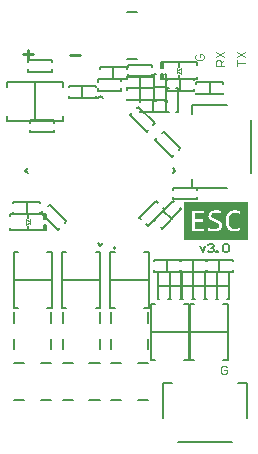
<source format=gbr>
%TF.GenerationSoftware,Altium Limited,Altium Designer,24.6.1 (21)*%
G04 Layer_Color=65535*
%FSLAX26Y26*%
%MOIN*%
%TF.SameCoordinates,E3325630-42F2-41CE-953C-F4D0AC061200*%
%TF.FilePolarity,Positive*%
%TF.FileFunction,Legend,Top*%
%TF.Part,Single*%
G01*
G75*
%TA.AperFunction,NonConductor*%
%ADD66C,0.007874*%
%ADD67C,0.005906*%
%ADD68C,0.003937*%
%ADD69C,0.005000*%
%ADD70C,0.004724*%
%ADD71C,0.010000*%
G36*
X803150Y700787D02*
X591128D01*
Y825787D01*
X803150D01*
Y700787D01*
D02*
G37*
%LPC*%
G36*
X699673Y798553D02*
X698013D01*
X695566Y798466D01*
X693381Y798291D01*
X691370Y798029D01*
X689710Y797767D01*
X688923Y797592D01*
X688312Y797417D01*
X687700Y797242D01*
X687263Y797155D01*
X686913Y797067D01*
X686651Y796980D01*
X686476Y796893D01*
X686389D01*
X684641Y796193D01*
X683067Y795494D01*
X681669Y794795D01*
X680533Y794096D01*
X679572Y793572D01*
X678960Y793047D01*
X678523Y792697D01*
X678348Y792610D01*
X677299Y791561D01*
X676338Y790513D01*
X675551Y789551D01*
X674939Y788590D01*
X674415Y787716D01*
X674065Y787104D01*
X673890Y786667D01*
X673803Y786492D01*
X673366Y785181D01*
X673016Y783957D01*
X672754Y782821D01*
X672580Y781773D01*
X672492Y780899D01*
X672405Y780199D01*
Y779762D01*
Y779587D01*
X672492Y778102D01*
X672667Y776791D01*
X672842Y775654D01*
X673191Y774606D01*
X673453Y773732D01*
X673628Y773120D01*
X673803Y772770D01*
X673890Y772596D01*
X674502Y771547D01*
X675202Y770585D01*
X675901Y769711D01*
X676513Y769012D01*
X677124Y768400D01*
X677561Y767876D01*
X677911Y767614D01*
X677998Y767526D01*
X680009Y766040D01*
X680970Y765341D01*
X681844Y764817D01*
X682630Y764293D01*
X683242Y763943D01*
X683592Y763768D01*
X683767Y763681D01*
X686126Y762544D01*
X687263Y762020D01*
X688224Y761583D01*
X689098Y761234D01*
X689797Y760971D01*
X690147Y760797D01*
X690322Y760709D01*
X692769Y759748D01*
X693818Y759311D01*
X694866Y758874D01*
X695653Y758611D01*
X696352Y758349D01*
X696702Y758174D01*
X696877Y758087D01*
X698013Y757563D01*
X699149Y757126D01*
X700111Y756601D01*
X700985Y756164D01*
X701684Y755815D01*
X702208Y755465D01*
X702558Y755290D01*
X702645Y755203D01*
X703519Y754591D01*
X704393Y754067D01*
X705092Y753455D01*
X705617Y752931D01*
X706141Y752406D01*
X706491Y752057D01*
X706665Y751794D01*
X706753Y751707D01*
X707277Y750920D01*
X707627Y750134D01*
X707976Y749347D01*
X708151Y748648D01*
X708239Y747949D01*
X708326Y747424D01*
Y747075D01*
Y746987D01*
Y746026D01*
X708151Y745239D01*
X708064Y744453D01*
X707889Y743754D01*
X707714Y743229D01*
X707539Y742792D01*
X707452Y742530D01*
X707365Y742442D01*
X706928Y741743D01*
X706491Y741044D01*
X705966Y740520D01*
X705529Y739995D01*
X705092Y739558D01*
X704743Y739296D01*
X704481Y739121D01*
X704393Y739034D01*
X703606Y738510D01*
X702732Y738160D01*
X701859Y737723D01*
X700985Y737461D01*
X700285Y737198D01*
X699673Y737111D01*
X699324Y736936D01*
X699149D01*
X697926Y736674D01*
X696615Y736499D01*
X695391Y736412D01*
X694167Y736324D01*
X693119Y736237D01*
X689273D01*
X687175Y736324D01*
X685253Y736499D01*
X683592Y736674D01*
X682281Y736761D01*
X681669Y736849D01*
X681232Y736936D01*
X680883D01*
X680620Y737024D01*
X680358D01*
X678610Y737373D01*
X676949Y737723D01*
X675376Y738160D01*
X674153Y738510D01*
X673016Y738859D01*
X672230Y739121D01*
X671706Y739296D01*
X671618Y739384D01*
X671531D01*
Y730381D01*
X672929Y730032D01*
X674153Y729682D01*
X674677Y729595D01*
X675114Y729507D01*
X675376Y729420D01*
X675464D01*
X677124Y729158D01*
X677911Y729070D01*
X678610Y728983D01*
X679309Y728895D01*
X679746D01*
X680096Y728808D01*
X680183D01*
X682106Y728546D01*
X682980Y728458D01*
X683767D01*
X684466Y728371D01*
X684990Y728284D01*
X685427D01*
X687438Y728109D01*
X688312D01*
X689186Y728021D01*
X690846D01*
X693031Y728109D01*
X695129Y728196D01*
X696964Y728371D01*
X698625Y728633D01*
X699936Y728808D01*
X700548Y728895D01*
X700985Y728983D01*
X701334Y729070D01*
X701596D01*
X701771Y729158D01*
X701859D01*
X703694Y729682D01*
X705355Y730294D01*
X706840Y730818D01*
X708064Y731430D01*
X709113Y731955D01*
X709899Y732391D01*
X710336Y732741D01*
X710511Y732828D01*
X711822Y733790D01*
X712871Y734839D01*
X713832Y735800D01*
X714619Y736849D01*
X715318Y737635D01*
X715755Y738335D01*
X716017Y738772D01*
X716105Y738947D01*
X716804Y740345D01*
X717241Y741831D01*
X717591Y743229D01*
X717853Y744628D01*
X718028Y745764D01*
X718115Y746725D01*
Y747512D01*
X718028Y748997D01*
X717853Y750396D01*
X717591Y751532D01*
X717328Y752581D01*
X717066Y753455D01*
X716804Y754067D01*
X716629Y754416D01*
X716542Y754591D01*
X715930Y755640D01*
X715231Y756689D01*
X714532Y757563D01*
X713920Y758262D01*
X713308Y758874D01*
X712871Y759398D01*
X712521Y759660D01*
X712434Y759748D01*
X710424Y761321D01*
X709462Y762020D01*
X708588Y762544D01*
X707802Y763069D01*
X707190Y763418D01*
X706840Y763593D01*
X706665Y763681D01*
X704306Y764817D01*
X703169Y765341D01*
X702208Y765778D01*
X701334Y766128D01*
X700722Y766390D01*
X700285Y766565D01*
X700111Y766652D01*
X697663Y767614D01*
X696615Y768138D01*
X695566Y768488D01*
X694779Y768837D01*
X694080Y769100D01*
X693730Y769187D01*
X693556Y769274D01*
X692419Y769799D01*
X691283Y770323D01*
X690322Y770760D01*
X689448Y771197D01*
X688749Y771634D01*
X688224Y771896D01*
X687875Y772071D01*
X687787Y772159D01*
X686913Y772770D01*
X686039Y773382D01*
X685340Y773994D01*
X684816Y774518D01*
X684291Y775043D01*
X683942Y775392D01*
X683767Y775654D01*
X683679Y775742D01*
X683155Y776529D01*
X682805Y777315D01*
X682543Y778189D01*
X682368Y778888D01*
X682281Y779587D01*
X682193Y780112D01*
Y780462D01*
Y780549D01*
X682281Y781336D01*
X682368Y782122D01*
X682805Y783520D01*
X683417Y784744D01*
X684116Y785793D01*
X684728Y786667D01*
X685340Y787191D01*
X685777Y787628D01*
X685952Y787716D01*
X686738Y788153D01*
X687525Y788590D01*
X689360Y789289D01*
X691370Y789726D01*
X693293Y790076D01*
X695041Y790250D01*
X695740Y790338D01*
X696440Y790425D01*
X697751D01*
X700635Y790338D01*
X701946Y790250D01*
X703169Y790163D01*
X704131Y789988D01*
X704918Y789901D01*
X705442Y789813D01*
X705617D01*
X707102Y789551D01*
X708588Y789289D01*
X709987Y789027D01*
X711210Y788677D01*
X712259Y788502D01*
X713046Y788240D01*
X713570Y788153D01*
X713658Y788065D01*
X713745D01*
Y796456D01*
X712434Y796718D01*
X711210Y796980D01*
X710686Y797067D01*
X710249D01*
X709987Y797155D01*
X709899D01*
X708413Y797417D01*
X707714Y797592D01*
X707102Y797679D01*
X706578Y797767D01*
X706141D01*
X705879Y797854D01*
X705792D01*
X704306Y798116D01*
X703606Y798204D01*
X702995Y798291D01*
X702470D01*
X702033Y798379D01*
X701684D01*
X700285Y798466D01*
X699673Y798553D01*
D02*
G37*
G36*
X761990Y798466D02*
X760242D01*
X757707Y798379D01*
X755347Y798116D01*
X753162Y797679D01*
X751327Y797242D01*
X750453Y796980D01*
X749754Y796718D01*
X749142Y796543D01*
X748530Y796368D01*
X748181Y796193D01*
X747831Y796019D01*
X747656Y795931D01*
X747569D01*
X745558Y794883D01*
X743636Y793746D01*
X741975Y792523D01*
X740577Y791386D01*
X739441Y790338D01*
X738567Y789464D01*
X738304Y789114D01*
X738042Y788852D01*
X737955Y788764D01*
X737867Y788677D01*
X736469Y786842D01*
X735245Y785006D01*
X734197Y783083D01*
X733322Y781336D01*
X732623Y779762D01*
X732361Y779063D01*
X732186Y778539D01*
X732011Y778014D01*
X731837Y777665D01*
X731749Y777490D01*
Y777403D01*
X731050Y774868D01*
X730526Y772246D01*
X730176Y769799D01*
X729914Y767439D01*
X729827Y766390D01*
X729739Y765429D01*
Y764555D01*
X729652Y763856D01*
Y762457D01*
X729739Y759398D01*
X730001Y756514D01*
X730351Y753804D01*
X730875Y751270D01*
X731487Y748997D01*
X732099Y746900D01*
X732798Y744977D01*
X733585Y743229D01*
X734284Y741743D01*
X734983Y740432D01*
X735595Y739296D01*
X736207Y738422D01*
X736731Y737723D01*
X737081Y737198D01*
X737343Y736849D01*
X737430Y736761D01*
X739004Y735276D01*
X740664Y733877D01*
X742412Y732741D01*
X744160Y731780D01*
X746083Y730906D01*
X747918Y730207D01*
X749754Y729682D01*
X751502Y729158D01*
X753162Y728808D01*
X754736Y728546D01*
X756134Y728371D01*
X757357Y728284D01*
X758319Y728196D01*
X759106Y728109D01*
X759717D01*
X763038Y728284D01*
X766185Y728633D01*
X769157Y729158D01*
X770467Y729507D01*
X771779Y729857D01*
X772915Y730119D01*
X773963Y730469D01*
X774837Y730731D01*
X775624Y730993D01*
X776236Y731168D01*
X776673Y731343D01*
X776935Y731518D01*
X777023D01*
Y740345D01*
X774226Y739121D01*
X772915Y738597D01*
X771691Y738247D01*
X770730Y737898D01*
X769943Y737635D01*
X769419Y737548D01*
X769331Y737461D01*
X769244D01*
X767758Y737111D01*
X766185Y736936D01*
X764787Y736761D01*
X763476Y736587D01*
X762427D01*
X761553Y736499D01*
X760766D01*
X758843Y736587D01*
X757095Y736761D01*
X755435Y737111D01*
X753949Y737548D01*
X752463Y738072D01*
X751152Y738597D01*
X750016Y739209D01*
X748967Y739908D01*
X748006Y740520D01*
X747219Y741131D01*
X746520Y741656D01*
X745995Y742180D01*
X745558Y742617D01*
X745209Y742967D01*
X745034Y743142D01*
X744947Y743229D01*
X743985Y744540D01*
X743199Y746026D01*
X742500Y747599D01*
X741888Y749260D01*
X741363Y750920D01*
X740926Y752581D01*
X740314Y755815D01*
X740052Y757388D01*
X739878Y758786D01*
X739790Y760010D01*
X739703Y761146D01*
X739615Y762020D01*
Y762719D01*
Y763156D01*
Y763331D01*
X739703Y765691D01*
X739878Y767788D01*
X740052Y769711D01*
X740314Y771372D01*
X740577Y772683D01*
X740664Y773295D01*
X740839Y773732D01*
X740926Y774081D01*
Y774343D01*
X741014Y774518D01*
Y774606D01*
X741625Y776441D01*
X742325Y778014D01*
X743024Y779413D01*
X743636Y780636D01*
X744247Y781685D01*
X744772Y782384D01*
X745121Y782821D01*
X745209Y782996D01*
X746258Y784220D01*
X747394Y785269D01*
X748530Y786230D01*
X749579Y787016D01*
X750453Y787541D01*
X751240Y787978D01*
X751677Y788240D01*
X751851Y788327D01*
X753337Y788939D01*
X754910Y789376D01*
X756309Y789726D01*
X757707Y789901D01*
X758843Y790076D01*
X759805Y790163D01*
X760591D01*
X762339Y790076D01*
X763913Y789988D01*
X765398Y789813D01*
X766709Y789639D01*
X767758Y789376D01*
X768545Y789202D01*
X769069Y789114D01*
X769244Y789027D01*
X770730Y788590D01*
X772128Y788153D01*
X773439Y787628D01*
X774663Y787104D01*
X775624Y786667D01*
X776411Y786317D01*
X776848Y786055D01*
X777023Y785968D01*
Y795145D01*
X774138Y796193D01*
X772827Y796630D01*
X771604Y796980D01*
X770555Y797242D01*
X769768Y797417D01*
X769244Y797592D01*
X769069D01*
X766010Y798116D01*
X764524Y798291D01*
X763126Y798379D01*
X761990Y798466D01*
D02*
G37*
G36*
X656236Y797592D02*
X617255D01*
Y728983D01*
X656236D01*
Y736936D01*
X626607D01*
Y760622D01*
X655012D01*
Y768488D01*
X626607D01*
Y789726D01*
X656236D01*
Y797592D01*
D02*
G37*
%LPD*%
D66*
X363958Y672659D02*
G03*
X363958Y672659I-3937J0D01*
G01*
D02*
G03*
X363958Y672659I-3937J0D01*
G01*
X401575Y1303150D02*
X433071D01*
X401575Y1460630D02*
X433071D01*
X522362Y220984D02*
X552362D01*
X522362Y105984D02*
Y220984D01*
X571417Y25984D02*
X750472D01*
X800472Y105984D02*
Y220984D01*
X770472D02*
X800472D01*
X617598Y1120866D02*
Y1150866D01*
X732598D01*
X812598Y921811D02*
Y1100866D01*
X617598Y872756D02*
X732598D01*
X617598D02*
Y902756D01*
D67*
X305512Y1224409D02*
G03*
X305512Y1224409I-2362J0D01*
G01*
X533740Y1196535D02*
Y1201535D01*
Y1196535D02*
X623740D01*
Y1201535D01*
Y1231535D02*
Y1236535D01*
X533740D02*
X623740D01*
X533740Y1231535D02*
Y1236535D01*
X578740Y1196535D02*
Y1236535D01*
X111929Y822087D02*
Y827087D01*
X21929D02*
X111929D01*
X21929Y822087D02*
Y827087D01*
Y787087D02*
Y792087D01*
Y787087D02*
X111929D01*
Y792087D01*
X66929Y787087D02*
Y827087D01*
X70866Y773622D02*
Y787402D01*
Y732283D02*
Y746063D01*
X125866Y769842D02*
X130866D01*
Y787402D01*
X125866D02*
X130866D01*
X125866Y749842D02*
X130866D01*
Y732283D02*
Y749842D01*
X125866Y732283D02*
X130866D01*
X10866Y779842D02*
Y787402D01*
X129921D01*
X125866Y769842D02*
Y787402D01*
Y732283D02*
Y749842D01*
X10866Y732283D02*
X129921D01*
X10866D02*
Y739842D01*
X574803Y1236220D02*
Y1250000D01*
Y1277559D02*
Y1291339D01*
X514803Y1253779D02*
X519803D01*
X514803Y1236220D02*
Y1253779D01*
Y1236220D02*
X519803D01*
X514803Y1273779D02*
X519803D01*
X514803D02*
Y1291339D01*
X519803D01*
X634803Y1236220D02*
Y1243779D01*
X515748Y1236220D02*
X634803D01*
X519803D02*
Y1253779D01*
Y1273779D02*
Y1291339D01*
X515748D02*
X634803D01*
Y1283779D02*
Y1291339D01*
X70866Y1291339D02*
Y1299213D01*
X149606D01*
Y1291339D02*
Y1299213D01*
Y1259843D02*
Y1267717D01*
X70866Y1259843D02*
X149606D01*
X70866D02*
Y1267717D01*
X562992Y1125984D02*
X570866D01*
Y1204724D01*
X562992D02*
X570866D01*
X531496D02*
X539370D01*
X531496Y1125984D02*
Y1204724D01*
Y1125984D02*
X539370D01*
X533189Y1160669D02*
Y1165669D01*
X443189D02*
X533189D01*
X443189Y1160669D02*
Y1165669D01*
Y1125669D02*
Y1130669D01*
Y1125669D02*
X533189D01*
Y1130669D01*
X488189Y1125669D02*
Y1165669D01*
X526811Y1163661D02*
X531811D01*
Y1253661D01*
X526811D02*
X531811D01*
X491811D02*
X496811D01*
X491811Y1163661D02*
Y1253661D01*
Y1163661D02*
X496811D01*
X491811Y1208661D02*
X531811D01*
X466675Y1060604D02*
X472243Y1066172D01*
X410998Y1116282D02*
X466675Y1060604D01*
X410998Y1116282D02*
X416565Y1121849D01*
X433269Y1138553D02*
X438837Y1144120D01*
X494514Y1088443D01*
X488946Y1082875D02*
X494514Y1088443D01*
X442494Y773482D02*
X448062Y767914D01*
X442494Y773482D02*
X498171Y829160D01*
X503739Y823592D01*
X520442Y806889D02*
X526010Y801321D01*
X470332Y745643D02*
X526010Y801321D01*
X464765Y751211D02*
X470332Y745643D01*
X405512Y1244094D02*
Y1251968D01*
Y1244094D02*
X484252D01*
Y1251968D01*
Y1275591D02*
Y1283465D01*
X405512D02*
X484252D01*
X405512Y1275591D02*
Y1283465D01*
X303150Y1196850D02*
Y1204724D01*
Y1196850D02*
X381890D01*
Y1204724D01*
Y1228346D02*
Y1236220D01*
X303150D02*
X381890D01*
X303150Y1228346D02*
Y1236220D01*
X94488Y1097441D02*
Y1225394D01*
X187992Y1210630D02*
Y1225394D01*
X984D02*
X187992D01*
X984Y1210630D02*
Y1225394D01*
Y1097441D02*
Y1112205D01*
Y1097441D02*
X187992D01*
Y1112205D01*
X632165Y1184724D02*
Y1189724D01*
Y1184724D02*
X722165D01*
Y1189724D01*
Y1219724D02*
Y1224724D01*
X632165D02*
X722165D01*
X632165Y1219724D02*
Y1224724D01*
X677165Y1184724D02*
Y1224724D01*
X206969Y1172913D02*
Y1177913D01*
Y1172913D02*
X296969D01*
Y1177913D01*
Y1207913D02*
Y1212913D01*
X206969D02*
X296969D01*
X206969Y1207913D02*
Y1212913D01*
X251969Y1172913D02*
Y1212913D01*
X399331Y1270906D02*
Y1275906D01*
X309331D02*
X399331D01*
X309331Y1270906D02*
Y1275906D01*
Y1235906D02*
Y1240906D01*
Y1235906D02*
X399331D01*
Y1240906D01*
X354331Y1235906D02*
Y1275906D01*
X399882Y1204409D02*
Y1209409D01*
Y1204409D02*
X489882D01*
Y1209409D01*
Y1239409D02*
Y1244409D01*
X399882D02*
X489882D01*
X399882Y1239409D02*
Y1244409D01*
X444882Y1204409D02*
Y1244409D01*
X489882Y1200040D02*
Y1205040D01*
X399882D02*
X489882D01*
X399882Y1200040D02*
Y1205040D01*
Y1165040D02*
Y1170040D01*
Y1165040D02*
X489882D01*
Y1170040D01*
X444882Y1165040D02*
Y1205040D01*
X609252Y393701D02*
X737205D01*
X722441Y300197D02*
X737205D01*
Y487205D01*
X722441D02*
X737205D01*
X609252D02*
X624016D01*
X609252Y300197D02*
Y487205D01*
Y300197D02*
X624016D01*
X22638Y566929D02*
X150591D01*
X22638Y660433D02*
X37402D01*
X22638Y473425D02*
Y660433D01*
Y473425D02*
X37402D01*
X135827D02*
X150591D01*
Y660433D01*
X135827D02*
X150591D01*
X479331Y393701D02*
X607284D01*
X592520Y300197D02*
X607284D01*
Y487205D01*
X592520D02*
X607284D01*
X479331D02*
X494094D01*
X479331Y300197D02*
Y487205D01*
Y300197D02*
X494094D01*
X345472Y566929D02*
X473425D01*
X345472Y660433D02*
X360236D01*
X345472Y473425D02*
Y660433D01*
Y473425D02*
X360236D01*
X458661D02*
X473425D01*
Y660433D01*
X458661D02*
X473425D01*
X184055Y566929D02*
X312008D01*
X184055Y660433D02*
X198819D01*
X184055Y473425D02*
Y660433D01*
Y473425D02*
X198819D01*
X297244D02*
X312008D01*
Y660433D01*
X297244D02*
X312008D01*
X542992Y547244D02*
X582992D01*
X577992Y592244D02*
X582992D01*
Y502244D02*
Y592244D01*
X577992Y502244D02*
X582992D01*
X542992D02*
X547992D01*
X542992D02*
Y592244D01*
X547992D01*
X535433Y594173D02*
Y634173D01*
X490433Y629173D02*
Y634173D01*
X580433D01*
Y629173D02*
Y634173D01*
Y594173D02*
Y599173D01*
X490433Y594173D02*
X580433D01*
X490433D02*
Y599173D01*
X553111Y829427D02*
X556646Y825891D01*
X489471Y765787D02*
X553111Y829427D01*
X489471Y765787D02*
X493007Y762251D01*
X514220Y741038D02*
X517755Y737503D01*
X581395Y801142D01*
X577860Y804678D02*
X581395Y801142D01*
X521291Y797607D02*
X549575Y769322D01*
X555118Y834646D02*
Y842520D01*
Y834646D02*
X633858Y834646D01*
Y842520D01*
Y866142D02*
Y874016D01*
X555118Y874016D02*
X633858Y874016D01*
X555118Y866142D02*
Y874016D01*
X114760Y789025D02*
X120328Y794593D01*
X114760Y789025D02*
X170438Y733347D01*
X176005Y738915D01*
X192708Y755619D02*
X198276Y761186D01*
X142599Y816864D02*
X198276Y761186D01*
X137031Y811296D02*
X142599Y816864D01*
X78740Y1059055D02*
Y1066929D01*
Y1059055D02*
X157480Y1059055D01*
Y1066929D01*
Y1090551D02*
Y1098425D01*
X78740Y1098425D02*
X157480Y1098425D01*
X78740Y1090551D02*
Y1098425D01*
X494761Y1032615D02*
X500329Y1038183D01*
X494761Y1032615D02*
X550438Y976938D01*
X556006Y982505D01*
X572710Y999208D02*
X578277Y1004776D01*
X522600Y1060454D02*
X578277Y1004776D01*
X517032Y1054886D02*
X522600Y1060454D01*
X621732Y592244D02*
X626732D01*
X621732Y502244D02*
Y592244D01*
Y502244D02*
X626732D01*
X656732D02*
X661732D01*
Y592244D01*
X656732D02*
X661732D01*
X621732Y547244D02*
X661732D01*
X577047Y594173D02*
Y599173D01*
Y594173D02*
X667047D01*
Y599173D01*
Y629173D02*
Y634173D01*
X577047D02*
X667047D01*
X577047Y629173D02*
Y634173D01*
X622047Y594173D02*
Y634173D01*
X700472Y592244D02*
X705472D01*
X700472Y502244D02*
Y592244D01*
Y502244D02*
X705472D01*
X735472D02*
X740472D01*
Y592244D01*
X735472D02*
X740472D01*
X700472Y547244D02*
X740472D01*
X753661Y629173D02*
Y634173D01*
X663661D02*
X753661D01*
X663661Y629173D02*
Y634173D01*
Y594173D02*
Y599173D01*
Y594173D02*
X753661D01*
Y599173D01*
X708661Y594173D02*
Y634173D01*
X538622Y502244D02*
X543622D01*
Y592244D01*
X538622D02*
X543622D01*
X503622D02*
X508622D01*
X503622Y502244D02*
Y592244D01*
Y502244D02*
X508622D01*
X503622Y547244D02*
X543622D01*
X617362Y502244D02*
X622362D01*
Y592244D01*
X617362D02*
X622362D01*
X582362D02*
X587362D01*
X582362Y502244D02*
Y592244D01*
Y502244D02*
X587362D01*
X582362Y547244D02*
X622362D01*
X696102Y502244D02*
X701102D01*
Y592244D01*
X696102D02*
X701102D01*
X661102D02*
X666102D01*
X661102Y502244D02*
Y592244D01*
Y502244D02*
X666102D01*
X661102Y547244D02*
X701102D01*
X643701Y677816D02*
X652884Y659449D01*
X662067Y677816D01*
X671251Y682407D02*
X675843Y686999D01*
X685026D01*
X689618Y682407D01*
Y677816D01*
X685026Y673224D01*
X680434D01*
X685026D01*
X689618Y668632D01*
Y664040D01*
X685026Y659449D01*
X675843D01*
X671251Y664040D01*
X698801Y659449D02*
Y664040D01*
X703393D01*
Y659449D01*
X698801D01*
X721760Y682407D02*
X726351Y686999D01*
X735535D01*
X740126Y682407D01*
Y664040D01*
X735535Y659449D01*
X726351D01*
X721760Y664040D01*
Y682407D01*
D68*
X63976Y750000D02*
X77756Y759842D01*
X63976Y750000D02*
Y759842D01*
X77756Y750984D02*
Y759842D01*
Y768701D01*
X63976Y759842D02*
Y769685D01*
X77756Y759842D01*
X567913Y1263779D02*
X581693Y1273622D01*
Y1263779D02*
Y1273622D01*
X567913Y1263779D02*
Y1272638D01*
Y1254921D02*
Y1263779D01*
X581693Y1253937D02*
Y1263779D01*
X567913D02*
X581693Y1253937D01*
D69*
X311442Y679479D02*
X319794Y687831D01*
X553640Y921677D02*
X561992Y930029D01*
X60892D02*
X69244Y938381D01*
X303090Y1172227D02*
X311442Y1180579D01*
X303090Y687831D02*
X311442Y679479D01*
X553640Y938381D02*
X561992Y930029D01*
X60892D02*
X69244Y921677D01*
X311442Y1180579D02*
X319794Y1172227D01*
X24607Y334449D02*
Y368898D01*
Y424016D02*
Y458465D01*
X148622Y424016D02*
Y458465D01*
Y334449D02*
Y368898D01*
X275591Y290354D02*
X310040D01*
X186024D02*
X220473D01*
X186024Y166339D02*
X220473D01*
X275591D02*
X310040D01*
X114174Y290354D02*
X148622D01*
X24607D02*
X59055D01*
X24607Y166339D02*
X59055D01*
X114174D02*
X148622D01*
X310039Y334449D02*
Y368898D01*
Y424016D02*
Y458465D01*
X186024Y424016D02*
Y458465D01*
Y334449D02*
Y368898D01*
X471457Y334449D02*
Y368898D01*
Y424016D02*
Y458465D01*
X347441Y424016D02*
Y458465D01*
Y334449D02*
Y368898D01*
X437008Y290354D02*
X471457D01*
X347441D02*
X381890D01*
X347441Y166339D02*
X381890D01*
X437008D02*
X471457D01*
D70*
X733278Y274484D02*
X728687Y279076D01*
X719503D01*
X714912Y274484D01*
Y256118D01*
X719503Y251526D01*
X728687D01*
X733278Y256118D01*
Y265301D01*
X724095D01*
X766938Y1280315D02*
Y1298682D01*
Y1289498D01*
X794488D01*
X766938Y1307865D02*
X794488Y1326232D01*
X766938D02*
X794488Y1307865D01*
X723622Y1280315D02*
X696072D01*
Y1294090D01*
X700663Y1298682D01*
X709847D01*
X714438Y1294090D01*
Y1280315D01*
Y1289498D02*
X723622Y1298682D01*
X696072Y1307865D02*
X723622Y1326232D01*
X696072D02*
X723622Y1307865D01*
X633734Y1318367D02*
X629143Y1313775D01*
Y1304592D01*
X633734Y1300000D01*
X652101D01*
X656693Y1304592D01*
Y1313775D01*
X652101Y1318367D01*
X642918D01*
Y1309184D01*
D71*
X210787Y1317087D02*
X243585D01*
X53307Y1317737D02*
X86105D01*
X69706Y1334136D02*
Y1301339D01*
%TF.MD5,a87c2d8c1c4550146ecf926e005d835d*%
M02*

</source>
